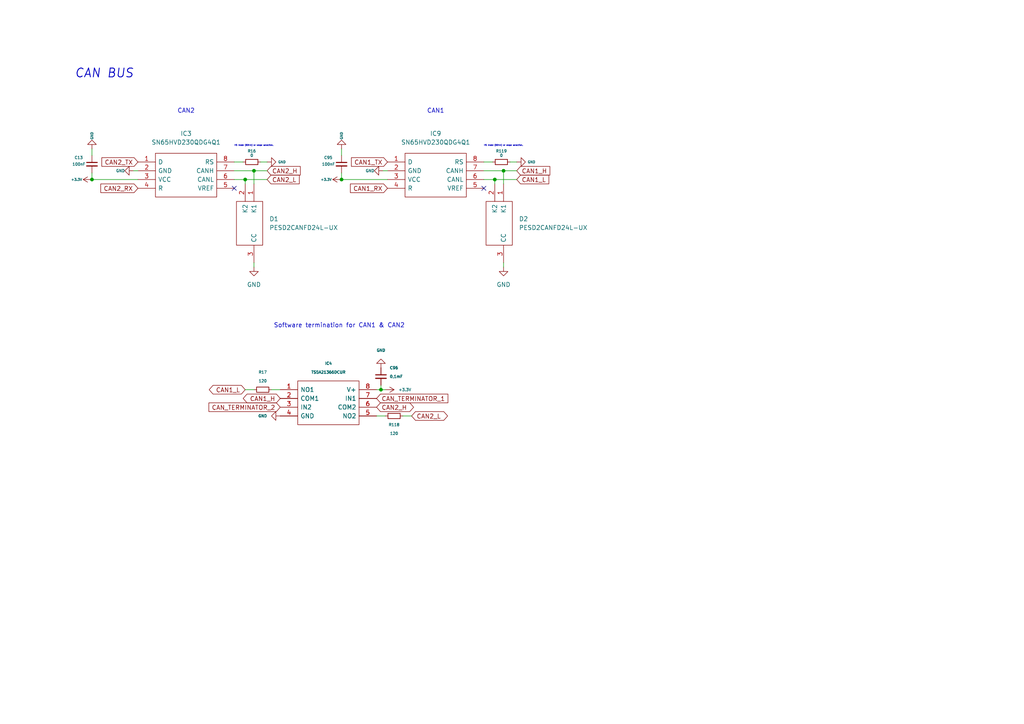
<source format=kicad_sch>
(kicad_sch (version 20211123) (generator eeschema)
  (paper "A4")
  (lib_symbols
    (symbol "Device:C_Small" (pin_numbers hide) (pin_names (offset 0.254) hide)
      (property "Reference" "C" (at 0.254 1.778 0))
      (property "Value" "C_Small" (at 0.254 -2.032 0))
      (symbol "C_Small_0_1"
        (polyline (pts (xy -1.524 -0.508) (xy 1.524 -0.508)) (stroke (width 0.3302)))
        (polyline (pts (xy -1.524 0.508) (xy 1.524 0.508)) (stroke (width 0.3048)))
      )
      (symbol "C_Small_1_1"
        (pin passive line (at 0 2.54 270) (length 2.032) (name "~") (number "1"))
        (pin passive line (at 0 -2.54 90) (length 2.032) (name "~") (number "2"))
      )
    )
    (symbol "Device:R_Small" (pin_numbers hide) (pin_names (offset 0.254) hide)
      (property "Reference" "R" (at 0.762 0.508 0))
      (property "Value" "R_Small" (at 0.762 -1.016 0))
      (symbol "R_Small_0_1"
        (rectangle (start -0.762 1.778) (end 0.762 -1.778) (stroke (width 0.2032)))
      )
      (symbol "R_Small_1_1"
        (pin passive line (at 0 2.54 270) (length 0.762) (name "~") (number "1"))
        (pin passive line (at 0 -2.54 90) (length 0.762) (name "~") (number "2"))
      )
    )
    (symbol "PDM_additional:PESD2CANFD24L-UX" (pin_names (offset 0.762))
      (property "Reference" "D" (at 19.05 7.62 0))
      (property "Value" "PESD2CANFD24L-UX" (at 19.05 5.08 0))
      (symbol "PESD2CANFD24L-UX_0_0"
        (pin passive line (at 0 0 0) (length 5.08) (name "K1") (number "1"))
        (pin passive line (at 0 -2.54 0) (length 5.08) (name "K2") (number "2"))
        (pin passive line (at 22.86 0 180) (length 5.08) (name "CC") (number "3"))
      )
      (symbol "PESD2CANFD24L-UX_0_1"
        (polyline (pts (xy 5.08 2.54) (xy 17.78 2.54) (xy 17.78 -5.08) (xy 5.08 -5.08) (xy 5.08 2.54)) (stroke (width 0.1524)))
      )
    )
    (symbol "PDM_additional:SN65HVD230QDG4Q1" (pin_names (offset 0.762))
      (property "Reference" "IC" (at 24.13 7.62 0))
      (property "Value" "SN65HVD230QDG4Q1" (at 24.13 5.08 0))
      (symbol "SN65HVD230QDG4Q1_0_0"
        (pin passive line (at 0 0 0) (length 5.08) (name "D") (number "1"))
        (pin passive line (at 0 -2.54 0) (length 5.08) (name "GND") (number "2"))
        (pin passive line (at 0 -5.08 0) (length 5.08) (name "VCC") (number "3"))
        (pin passive line (at 0 -7.62 0) (length 5.08) (name "R") (number "4"))
        (pin passive line (at 27.94 -7.62 180) (length 5.08) (name "VREF") (number "5"))
        (pin passive line (at 27.94 -5.08 180) (length 5.08) (name "CANL") (number "6"))
        (pin passive line (at 27.94 -2.54 180) (length 5.08) (name "CANH") (number "7"))
        (pin passive line (at 27.94 0 180) (length 5.08) (name "RS") (number "8"))
      )
      (symbol "SN65HVD230QDG4Q1_0_1"
        (polyline (pts (xy 5.08 2.54) (xy 22.86 2.54) (xy 22.86 -10.16) (xy 5.08 -10.16) (xy 5.08 2.54)) (stroke (width 0.1524)))
      )
    )
    (symbol "PDM_additional:TS5A21366DCUR" (pin_names (offset 0.762))
      (property "Reference" "IC" (at 24.13 7.62 0))
      (property "Value" "TS5A21366DCUR" (at 24.13 5.08 0))
      (symbol "TS5A21366DCUR_0_0"
        (pin passive line (at 0 0 0) (length 5.08) (name "NO1") (number "1"))
        (pin passive line (at 0 -2.54 0) (length 5.08) (name "COM1") (number "2"))
        (pin passive line (at 0 -5.08 0) (length 5.08) (name "IN2") (number "3"))
        (pin passive line (at 0 -7.62 0) (length 5.08) (name "GND") (number "4"))
        (pin passive line (at 27.94 -7.62 180) (length 5.08) (name "NO2") (number "5"))
        (pin passive line (at 27.94 -5.08 180) (length 5.08) (name "COM2") (number "6"))
        (pin passive line (at 27.94 -2.54 180) (length 5.08) (name "IN1") (number "7"))
        (pin passive line (at 27.94 0 180) (length 5.08) (name "V+") (number "8"))
      )
      (symbol "TS5A21366DCUR_0_1"
        (polyline (pts (xy 5.08 2.54) (xy 22.86 2.54) (xy 22.86 -10.16) (xy 5.08 -10.16) (xy 5.08 2.54)) (stroke (width 0.1524)))
      )
    )
    (symbol "power:+3.3V" (power) (pin_names (offset 0))
      (property "Value" "+3.3V" (at 0 3.556 0))
      (symbol "+3.3V_0_1"
        (polyline (pts (xy -0.762 1.27) (xy 0 2.54)))
        (polyline (pts (xy 0 0) (xy 0 2.54)))
        (polyline (pts (xy 0 2.54) (xy 0.762 1.27)))
      )
      (symbol "+3.3V_1_1"
        (pin power_in line (at 0 0 90) (length 0) hide (name "+3.3V") (number "1"))
      )
    )
    (symbol "power:GND" (power) (pin_names (offset 0))
      (property "Value" "GND" (at 0 -3.81 0))
      (symbol "GND_0_1"
        (polyline (pts (xy 0 0) (xy 0 -1.27) (xy 1.27 -1.27) (xy 0 -2.54) (xy -1.27 -1.27) (xy 0 -1.27)))
      )
      (symbol "GND_1_1"
        (pin power_in line (at 0 0 270) (length 0) hide (name "GND") (number "1"))
      )
    )
  )
  (junction (at 110.49 113.03))
  (junction (at 143.51 52.07))
  (junction (at 71.12 52.07))
  (junction (at 73.66 49.53))
  (junction (at 26.67 52.07))
  (junction (at 99.06 52.07))
  (junction (at 146.05 49.53))
  (no_connect (at 140.335 54.61))
  (no_connect (at 67.945 54.61))
  (wire (pts (xy 71.12 52.07) (xy 77.47 52.07)))
  (wire (pts (xy 112.395 52.07) (xy 99.06 52.07)))
  (wire (pts (xy 67.945 52.07) (xy 71.12 52.07)))
  (wire (pts (xy 146.05 76.2) (xy 146.05 77.47)))
  (wire (pts (xy 109.22 113.03) (xy 110.49 113.03)))
  (wire (pts (xy 40.005 49.53) (xy 38.735 49.53)))
  (wire (pts (xy 140.335 49.53) (xy 146.05 49.53)))
  (wire (pts (xy 99.06 43.18) (xy 99.06 45.085)))
  (wire (pts (xy 109.22 120.65) (xy 111.76 120.65)))
  (wire (pts (xy 143.51 52.07) (xy 143.51 53.34)))
  (wire (pts (xy 71.12 52.07) (xy 71.12 53.34)))
  (wire (pts (xy 67.945 49.53) (xy 73.66 49.53)))
  (wire (pts (xy 99.06 50.165) (xy 99.06 52.07)))
  (wire (pts (xy 146.05 49.53) (xy 149.86 49.53)))
  (wire (pts (xy 140.335 52.07) (xy 143.51 52.07)))
  (wire (pts (xy 143.51 52.07) (xy 149.86 52.07)))
  (wire (pts (xy 26.67 43.18) (xy 26.67 45.085)))
  (wire (pts (xy 112.395 49.53) (xy 111.125 49.53)))
  (wire (pts (xy 71.12 113.03) (xy 73.66 113.03)))
  (wire (pts (xy 67.945 46.99) (xy 70.485 46.99)))
  (wire (pts (xy 116.84 120.65) (xy 119.38 120.65)))
  (wire (pts (xy 73.66 76.2) (xy 73.66 77.47)))
  (wire (pts (xy 78.74 113.03) (xy 81.28 113.03)))
  (wire (pts (xy 147.955 46.99) (xy 149.86 46.99)))
  (wire (pts (xy 110.49 113.03) (xy 111.76 113.03)))
  (wire (pts (xy 75.565 46.99) (xy 77.47 46.99)))
  (wire (pts (xy 146.05 49.53) (xy 146.05 53.34)))
  (wire (pts (xy 73.66 49.53) (xy 77.47 49.53)))
  (wire (pts (xy 73.66 53.34) (xy 73.66 49.53)))
  (wire (pts (xy 40.005 52.07) (xy 26.67 52.07)))
  (wire (pts (xy 110.49 111.76) (xy 110.49 113.03)))
  (wire (pts (xy 140.335 46.99) (xy 142.875 46.99)))
  (wire (pts (xy 26.67 50.165) (xy 26.67 52.07)))
  (text "HS mode (0Ohm) or slope selection." (at 67.945 42.545 0) (effects (font (size 0.4 0.4)) (justify left bottom)))
  (text "CAN1" (at 123.825 33.02 0) (effects (font (size 1.27 1.27)) (justify left bottom)))
  (text "CAN BUS" (at 21.59 22.86 0) (effects (font (size 2.54 2.54) (thickness 0.254) bold italic) (justify left bottom)))
  (text "Software termination for CAN1 & CAN2\n" (at 79.375 95.25 0) (effects (font (size 1.27 1.27)) (justify left bottom)))
  (text "CAN2" (at 51.435 33.02 0) (effects (font (size 1.27 1.27)) (justify left bottom)))
  (text "HS mode (0Ohm) or slope selection." (at 140.335 42.545 0) (effects (font (size 0.4 0.4)) (justify left bottom)))
  (global_label "CAN1_TX" (shape input) (at 112.395 46.99 180) (property "Intersheet References" "${INTERSHEET_REFS}" (effects hide)))
  (global_label "CAN2_H" (shape bidirectional) (at 109.22 118.11 0) (property "Intersheet References" "${INTERSHEET_REFS}" (effects hide)))
  (global_label "CAN2_RX" (shape input) (at 40.005 54.61 180) (property "Intersheet References" "${INTERSHEET_REFS}" (effects hide)))
  (global_label "CAN2_H" (shape input) (at 77.47 49.53 0) (property "Intersheet References" "${INTERSHEET_REFS}" (effects hide)))
  (global_label "CAN2_TX" (shape input) (at 40.005 46.99 180) (property "Intersheet References" "${INTERSHEET_REFS}" (effects hide)))
  (global_label "CAN_TERMINATOR_2" (shape input) (at 81.28 118.11 180) (property "Intersheet References" "${INTERSHEET_REFS}" (effects hide)))
  (global_label "CAN1_H" (shape bidirectional) (at 81.28 115.57 180) (property "Intersheet References" "${INTERSHEET_REFS}" (effects hide)))
  (global_label "CAN1_L" (shape input) (at 149.86 52.07 0) (property "Intersheet References" "${INTERSHEET_REFS}" (effects hide)))
  (global_label "CAN2_L" (shape bidirectional) (at 119.38 120.65 0) (property "Intersheet References" "${INTERSHEET_REFS}" (effects hide)))
  (global_label "CAN_TERMINATOR_1" (shape input) (at 109.22 115.57 0) (property "Intersheet References" "${INTERSHEET_REFS}" (effects hide)))
  (global_label "CAN1_H" (shape input) (at 149.86 49.53 0) (property "Intersheet References" "${INTERSHEET_REFS}" (effects hide)))
  (global_label "CAN1_RX" (shape input) (at 112.395 54.61 180) (property "Intersheet References" "${INTERSHEET_REFS}" (effects hide)))
  (global_label "CAN2_L" (shape input) (at 77.47 52.07 0) (property "Intersheet References" "${INTERSHEET_REFS}" (effects hide)))
  (global_label "CAN1_L" (shape bidirectional) (at 71.12 113.03 180) (property "Intersheet References" "${INTERSHEET_REFS}" (effects hide)))
  (symbol (lib_id "power:+3.3V") (at 111.76 113.03 270) (unit 1)
    (property "Reference" "#PWR0120" (effects hide))
    (property "Value" "+3.3V" (at 115.57 113.0299 90) (effects (font (size 0.8 0.8)) (justify left)))
  )
  (symbol (lib_id "power:GND") (at 111.125 49.53 270) (unit 1)
    (property "Reference" "#PWR0241" (effects hide))
    (property "Value" "GND" (at 107.315 49.53 90) (effects (font (size 0.8 0.8))))
  )
  (symbol (lib_id "PDM_additional:SN65HVD230QDG4Q1") (at 112.395 46.99 0) (unit 1)
    (property "Reference" "IC9" (at 126.365 38.735 0))
    (property "Value" "SN65HVD230QDG4Q1" (at 126.365 41.275 0))
    (property "Footprint" "PDM_Additional:SOIC127P600X175-8N" (effects hide))
    (property "Datasheet" "http://www.ti.com/lit/gpn/sn65hvd230q-q1" (effects hide))
    (property "Description" "Automotive Catalog 3.3-V CAN Transceiver" (effects hide))
    (property "Height" "1.75" (effects hide))
    (property "Manufacturer_Name" "Texas Instruments" (effects hide))
    (property "Manufacturer_Part_Number" "SN65HVD230QDG4Q1" (effects hide))
    (property "Mouser Part Number" "595-SN65HVD230QDG4Q1" (effects hide))
    (property "Mouser Price/Stock" "https://www.mouser.co.uk/ProductDetail/Texas-Instruments/SN65HVD230QDG4Q1?qs=pZC5fsuWujFnt7918j08vQ%3D%3D" (effects hide))
    (property "Arrow Part Number" "SN65HVD230QDG4Q1" (effects hide))
    (property "Arrow Price/Stock" "https://www.arrow.com/en/products/sn65hvd230qdg4q1/texas-instruments?region=nac" (effects hide))
  )
  (symbol (lib_id "PDM_additional:PESD2CANFD24L-UX") (at 146.05 53.34 270) (unit 1)
    (property "Reference" "D2" (at 150.495 63.4999 90) (effects (justify left)))
    (property "Value" "PESD2CANFD24L-UX" (at 150.495 66.0399 90) (effects (justify left)))
    (property "Footprint" "SOT65P210X110-3N" (effects hide))
    (property "Datasheet" "https://assets.nexperia.com/documents/data-sheet/PESD2CANFD24L-U.pdf" (effects hide))
    (property "Description" "PESD2CANFD24L-U - ESD protection for In-vehicle networks" (effects hide))
    (property "Height" "1.1" (effects hide))
    (property "Manufacturer_Name" "Nexperia" (effects hide))
    (property "Manufacturer_Part_Number" "PESD2CANFD24L-UX" (effects hide))
    (property "Mouser Part Number" "771-PESD2CANFD24L-UX" (effects hide))
    (property "Mouser Price/Stock" "https://www.mouser.co.uk/ProductDetail/Nexperia/PESD2CANFD24L-UX?qs=sPbYRqrBIVnB5Z4FrS5%2FgA%3D%3D" (effects hide))
    (property "Arrow Part Number" "PESD2CANFD24L-UX" (effects hide))
    (property "Arrow Price/Stock" "https://www.arrow.com/en/products/pesd2canfd24l-ux/nexperia?region=nac" (effects hide))
  )
  (symbol (lib_id "power:+3.3V") (at 99.06 52.07 90) (unit 1)
    (property "Reference" "#PWR0115" (effects hide))
    (property "Value" "+3.3V" (at 94.615 52.07 90) (effects (font (size 0.7 0.7))))
  )
  (symbol (lib_id "PDM_additional:PESD2CANFD24L-UX") (at 73.66 53.34 270) (unit 1)
    (property "Reference" "D1" (at 78.105 63.4999 90) (effects (justify left)))
    (property "Value" "PESD2CANFD24L-UX" (at 78.105 66.0399 90) (effects (justify left)))
    (property "Footprint" "SOT65P210X110-3N" (effects hide))
    (property "Datasheet" "https://assets.nexperia.com/documents/data-sheet/PESD2CANFD24L-U.pdf" (effects hide))
    (property "Description" "PESD2CANFD24L-U - ESD protection for In-vehicle networks" (effects hide))
    (property "Height" "1.1" (effects hide))
    (property "Manufacturer_Name" "Nexperia" (effects hide))
    (property "Manufacturer_Part_Number" "PESD2CANFD24L-UX" (effects hide))
    (property "Mouser Part Number" "771-PESD2CANFD24L-UX" (effects hide))
    (property "Mouser Price/Stock" "https://www.mouser.co.uk/ProductDetail/Nexperia/PESD2CANFD24L-UX?qs=sPbYRqrBIVnB5Z4FrS5%2FgA%3D%3D" (effects hide))
    (property "Arrow Part Number" "PESD2CANFD24L-UX" (effects hide))
    (property "Arrow Price/Stock" "https://www.arrow.com/en/products/pesd2canfd24l-ux/nexperia?region=nac" (effects hide))
  )
  (symbol (lib_id "power:GND") (at 81.28 120.65 270) (unit 1)
    (property "Reference" "#PWR0119" (effects hide))
    (property "Value" "GND" (at 77.47 120.6499 90) (effects (font (size 0.8 0.8)) (justify right)))
  )
  (symbol (lib_id "power:GND") (at 99.06 43.18 180) (unit 1)
    (property "Reference" "#PWR0114" (effects hide))
    (property "Value" "GND" (at 99.06 39.37 90) (effects (font (size 0.7 0.7))))
  )
  (symbol (lib_id "power:GND") (at 26.67 43.18 180) (unit 1)
    (property "Reference" "#PWR0204" (effects hide))
    (property "Value" "GND" (at 26.67 39.37 90) (effects (font (size 0.7 0.7))))
  )
  (symbol (lib_id "Device:C_Small") (at 26.67 47.625 0) (unit 1)
    (property "Reference" "C13" (at 21.59 45.72 0) (effects (font (size 0.8 0.8)) (justify left)))
    (property "Value" "100nF" (at 20.955 47.625 0) (effects (font (size 0.8 0.8)) (justify left)))
    (property "Footprint" "Capacitor_SMD:C_0805_2012Metric" (effects hide))
  )
  (symbol (lib_id "Device:R_Small") (at 145.415 46.99 270) (unit 1)
    (property "Reference" "R119" (at 145.415 43.815 90) (effects (font (size 0.8 0.8))))
    (property "Value" "0" (at 145.415 45.085 90) (effects (font (size 0.8 0.8))))
    (property "Footprint" "Resistor_SMD:R_0402_1005Metric" (effects hide))
  )
  (symbol (lib_id "power:+3.3V") (at 26.67 52.07 90) (unit 1)
    (property "Reference" "#PWR0192" (effects hide))
    (property "Value" "+3.3V" (at 22.225 52.07 90) (effects (font (size 0.7 0.7))))
  )
  (symbol (lib_id "power:GND") (at 146.05 77.47 0) (unit 1)
    (property "Reference" "#PWR0242" (effects hide))
    (property "Value" "GND" (at 146.05 82.55 0))
  )
  (symbol (lib_id "power:GND") (at 38.735 49.53 270) (unit 1)
    (property "Reference" "#PWR0197" (effects hide))
    (property "Value" "GND" (at 34.925 49.53 90) (effects (font (size 0.8 0.8))))
  )
  (symbol (lib_id "PDM_additional:TS5A21366DCUR") (at 81.28 113.03 0) (unit 1)
    (property "Reference" "IC4" (at 95.25 105.41 0) (effects (font (size 0.8 0.8))))
    (property "Value" "TS5A21366DCUR" (at 95.25 107.95 0) (effects (font (size 0.8 0.8))))
    (property "Footprint" "PDM_Additional:SOP50P310X90-8N" (effects hide))
    (property "Datasheet" "https://datasheet.datasheetarchive.com/originals/distributors/Datasheets-SFU2/DSASFU100028169.pdf" (effects hide))
    (property "Description" "0.75R Dual SPST Analog Switch 1.8V VSSOP TS5A21366DCUR, Analogue Switch Dual SPST Analogue Switch, 1.65  5.5 V, 8-Pin, US8, 2" (effects hide))
    (property "Height" "0.9" (effects hide))
    (property "Manufacturer_Name" "Texas Instruments" (effects hide))
    (property "Manufacturer_Part_Number" "TS5A21366DCUR" (effects hide))
    (property "Mouser Part Number" "595-TS5A21366DCUR" (effects hide))
    (property "Mouser Price/Stock" "https://www.mouser.co.uk/ProductDetail/Texas-Instruments/TS5A21366DCUR?qs=XqfCv5qmO5hoVqowLBMCFA%3D%3D" (effects hide))
    (property "Arrow Part Number" "TS5A21366DCUR" (effects hide))
    (property "Arrow Price/Stock" "https://www.arrow.com/en/products/ts5a21366dcur/texas-instruments?region=nac" (effects hide))
  )
  (symbol (lib_id "power:GND") (at 149.86 46.99 90) (unit 1)
    (property "Reference" "#PWR0243" (effects hide))
    (property "Value" "GND" (at 153.035 46.99 90) (effects (font (size 0.7 0.7)) (justify right)))
  )
  (symbol (lib_id "power:GND") (at 77.47 46.99 90) (unit 1)
    (property "Reference" "#PWR0116" (effects hide))
    (property "Value" "GND" (at 80.645 46.99 90) (effects (font (size 0.7 0.7)) (justify right)))
  )
  (symbol (lib_id "Device:C_Small") (at 99.06 47.625 0) (unit 1)
    (property "Reference" "C95" (at 93.98 45.72 0) (effects (font (size 0.8 0.8)) (justify left)))
    (property "Value" "100nF" (at 93.345 47.625 0) (effects (font (size 0.8 0.8)) (justify left)))
    (property "Footprint" "Capacitor_SMD:C_0805_2012Metric" (effects hide))
  )
  (symbol (lib_id "Device:C_Small") (at 110.49 109.22 0) (unit 1)
    (property "Reference" "C96" (at 113.03 106.68 0) (effects (font (size 0.8 0.8)) (justify left)))
    (property "Value" "0,1mF" (at 113.03 109.22 0) (effects (font (size 0.8 0.8)) (justify left)))
    (property "Footprint" "Capacitor_SMD:C_0805_2012Metric" (effects hide))
  )
  (symbol (lib_id "PDM_additional:SN65HVD230QDG4Q1") (at 40.005 46.99 0) (unit 1)
    (property "Reference" "IC3" (at 53.975 38.735 0))
    (property "Value" "SN65HVD230QDG4Q1" (at 53.975 41.275 0))
    (property "Footprint" "PDM_Additional:SOIC127P600X175-8N" (effects hide))
    (property "Datasheet" "http://www.ti.com/lit/gpn/sn65hvd230q-q1" (effects hide))
    (property "Description" "Automotive Catalog 3.3-V CAN Transceiver" (effects hide))
    (property "Height" "1.75" (effects hide))
    (property "Manufacturer_Name" "Texas Instruments" (effects hide))
    (property "Manufacturer_Part_Number" "SN65HVD230QDG4Q1" (effects hide))
    (property "Mouser Part Number" "595-SN65HVD230QDG4Q1" (effects hide))
    (property "Mouser Price/Stock" "https://www.mouser.co.uk/ProductDetail/Texas-Instruments/SN65HVD230QDG4Q1?qs=pZC5fsuWujFnt7918j08vQ%3D%3D" (effects hide))
    (property "Arrow Part Number" "SN65HVD230QDG4Q1" (effects hide))
    (property "Arrow Price/Stock" "https://www.arrow.com/en/products/sn65hvd230qdg4q1/texas-instruments?region=nac" (effects hide))
  )
  (symbol (lib_id "power:GND") (at 73.66 77.47 0) (unit 1)
    (property "Reference" "#PWR0118" (effects hide))
    (property "Value" "GND" (at 73.66 82.55 0))
  )
  (symbol (lib_id "Device:R_Small") (at 114.3 120.65 270) (unit 1)
    (property "Reference" "R118" (at 114.3 123.19 90) (effects (font (size 0.8 0.8))))
    (property "Value" "120" (at 114.3 125.73 90) (effects (font (size 0.8 0.8))))
    (property "Footprint" "Resistor_SMD:R_0402_1005Metric" (effects hide))
  )
  (symbol (lib_id "Device:R_Small") (at 73.025 46.99 270) (unit 1)
    (property "Reference" "R16" (at 73.025 43.815 90) (effects (font (size 0.8 0.8))))
    (property "Value" "0" (at 73.025 45.085 90) (effects (font (size 0.8 0.8))))
    (property "Footprint" "Resistor_SMD:R_0402_1005Metric" (effects hide))
  )
  (symbol (lib_id "Device:R_Small") (at 76.2 113.03 90) (unit 1)
    (property "Reference" "R17" (at 76.2 107.95 90) (effects (font (size 0.8 0.8))))
    (property "Value" "120" (at 76.2 110.49 90) (effects (font (size 0.8 0.8))))
    (property "Footprint" "Resistor_SMD:R_0402_1005Metric" (effects hide))
  )
  (symbol (lib_id "power:GND") (at 110.49 106.68 180) (unit 1)
    (property "Reference" "#PWR0117" (effects hide))
    (property "Value" "GND" (at 110.49 101.6 0) (effects (font (size 0.8 0.8))))
  )
)
</source>
